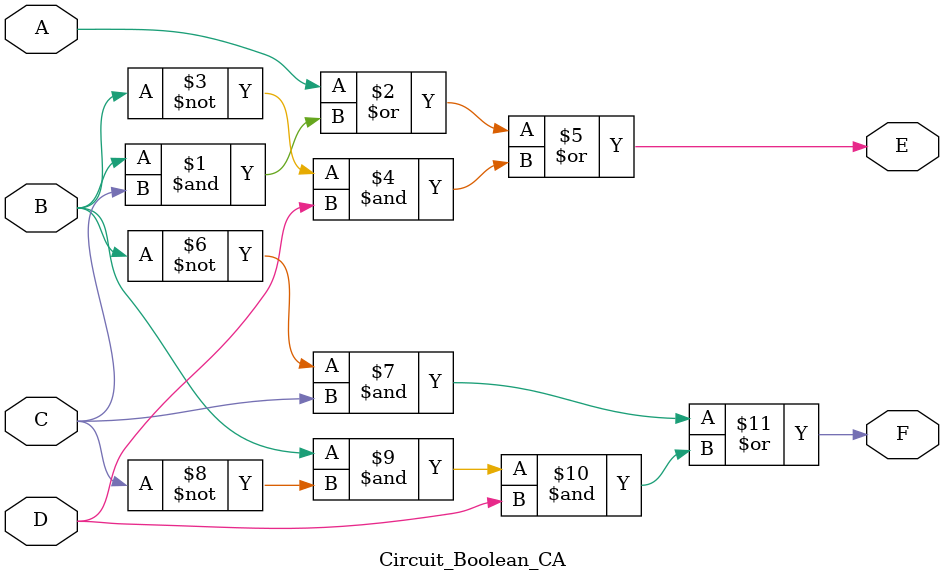
<source format=v>
`timescale 1ns / 1ps

module Circuit_Boolean_CA(E,F,A,B,C,D);
	output E,F;
	input A,B,C,D;
	
	assign E=A|(B&C)|(~B&D);
	assign F=(~B&C)|(B&~C&D);


endmodule

</source>
